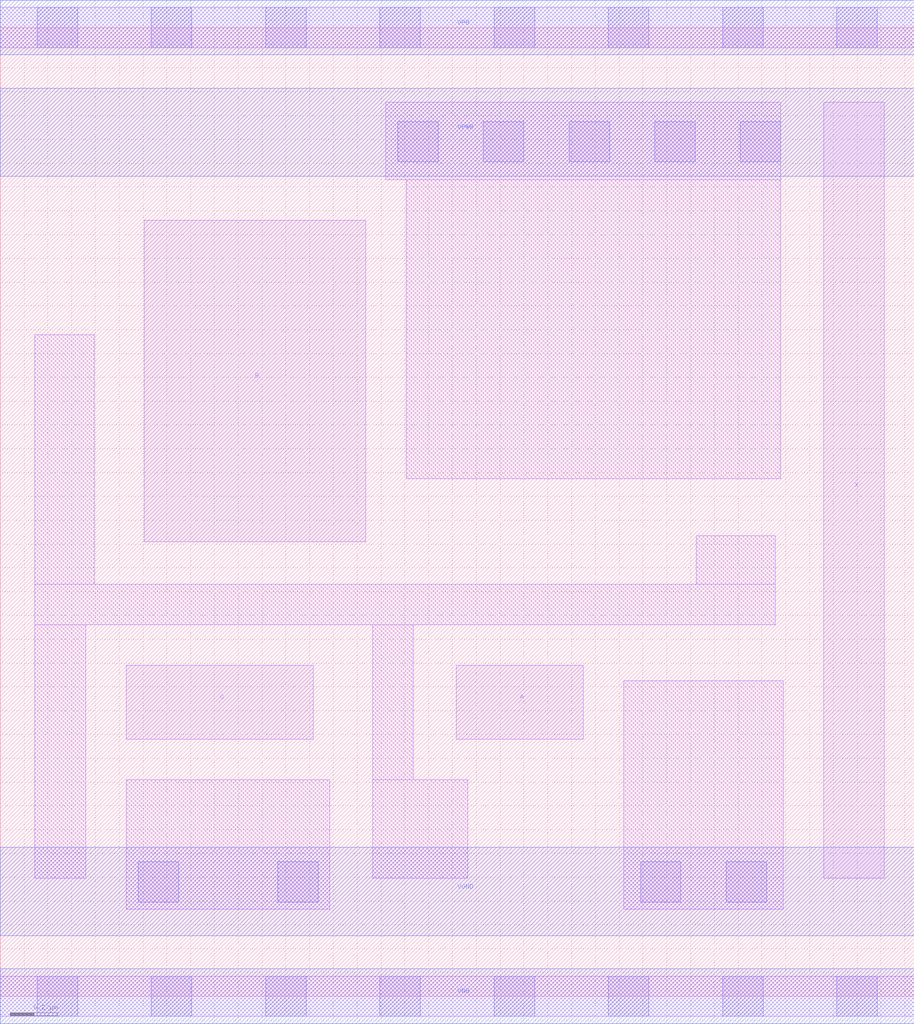
<source format=lef>
# Copyright 2020 The SkyWater PDK Authors
#
# Licensed under the Apache License, Version 2.0 (the "License");
# you may not use this file except in compliance with the License.
# You may obtain a copy of the License at
#
#     https://www.apache.org/licenses/LICENSE-2.0
#
# Unless required by applicable law or agreed to in writing, software
# distributed under the License is distributed on an "AS IS" BASIS,
# WITHOUT WARRANTIES OR CONDITIONS OF ANY KIND, either express or implied.
# See the License for the specific language governing permissions and
# limitations under the License.
#
# SPDX-License-Identifier: Apache-2.0

VERSION 5.5 ;
NAMESCASESENSITIVE ON ;
BUSBITCHARS "[]" ;
DIVIDERCHAR "/" ;
MACRO sky130_fd_sc_hvl__or3_1
  CLASS CORE ;
  SOURCE USER ;
  ORIGIN  0.000000  0.000000 ;
  SIZE  3.840000 BY  4.070000 ;
  SYMMETRY X Y ;
  SITE unithv ;
  PIN A
    ANTENNAGATEAREA  0.420000 ;
    DIRECTION INPUT ;
    USE SIGNAL ;
    PORT
      LAYER li1 ;
        RECT 1.915000 1.080000 2.450000 1.390000 ;
    END
  END A
  PIN B
    ANTENNAGATEAREA  0.420000 ;
    DIRECTION INPUT ;
    USE SIGNAL ;
    PORT
      LAYER li1 ;
        RECT 0.605000 1.910000 1.535000 3.260000 ;
    END
  END B
  PIN C
    ANTENNAGATEAREA  0.420000 ;
    DIRECTION INPUT ;
    USE SIGNAL ;
    PORT
      LAYER li1 ;
        RECT 0.530000 1.080000 1.315000 1.390000 ;
    END
  END C
  PIN X
    ANTENNADIFFAREA  0.626250 ;
    DIRECTION OUTPUT ;
    USE SIGNAL ;
    PORT
      LAYER li1 ;
        RECT 3.460000 0.495000 3.715000 3.755000 ;
    END
  END X
  PIN VGND
    DIRECTION INOUT ;
    USE GROUND ;
    PORT
      LAYER met1 ;
        RECT 0.000000 0.255000 3.840000 0.625000 ;
    END
  END VGND
  PIN VNB
    DIRECTION INOUT ;
    USE GROUND ;
    PORT
      LAYER met1 ;
        RECT 0.000000 -0.115000 3.840000 0.115000 ;
    END
  END VNB
  PIN VPB
    DIRECTION INOUT ;
    USE POWER ;
    PORT
      LAYER met1 ;
        RECT 0.000000 3.955000 3.840000 4.185000 ;
    END
  END VPB
  PIN VPWR
    DIRECTION INOUT ;
    USE POWER ;
    PORT
      LAYER met1 ;
        RECT 0.000000 3.445000 3.840000 3.815000 ;
    END
  END VPWR
  OBS
    LAYER li1 ;
      RECT 0.000000 -0.085000 3.840000 0.085000 ;
      RECT 0.000000  3.985000 3.840000 4.155000 ;
      RECT 0.145000  0.495000 0.360000 1.560000 ;
      RECT 0.145000  1.560000 3.255000 1.730000 ;
      RECT 0.145000  1.730000 0.395000 2.780000 ;
      RECT 0.530000  0.365000 1.385000 0.910000 ;
      RECT 1.565000  0.495000 1.965000 0.910000 ;
      RECT 1.565000  0.910000 1.735000 1.560000 ;
      RECT 1.620000  3.430000 3.280000 3.755000 ;
      RECT 1.705000  2.175000 3.280000 3.430000 ;
      RECT 2.620000  0.365000 3.290000 1.325000 ;
      RECT 2.925000  1.730000 3.255000 1.935000 ;
    LAYER mcon ;
      RECT 0.155000 -0.085000 0.325000 0.085000 ;
      RECT 0.155000 -0.085000 0.325000 0.085000 ;
      RECT 0.155000  3.985000 0.325000 4.155000 ;
      RECT 0.155000  3.985000 0.325000 4.155000 ;
      RECT 0.580000  0.395000 0.750000 0.565000 ;
      RECT 0.635000 -0.085000 0.805000 0.085000 ;
      RECT 0.635000 -0.085000 0.805000 0.085000 ;
      RECT 0.635000  3.985000 0.805000 4.155000 ;
      RECT 0.635000  3.985000 0.805000 4.155000 ;
      RECT 1.115000 -0.085000 1.285000 0.085000 ;
      RECT 1.115000 -0.085000 1.285000 0.085000 ;
      RECT 1.115000  3.985000 1.285000 4.155000 ;
      RECT 1.115000  3.985000 1.285000 4.155000 ;
      RECT 1.165000  0.395000 1.335000 0.565000 ;
      RECT 1.595000 -0.085000 1.765000 0.085000 ;
      RECT 1.595000 -0.085000 1.765000 0.085000 ;
      RECT 1.595000  3.985000 1.765000 4.155000 ;
      RECT 1.595000  3.985000 1.765000 4.155000 ;
      RECT 1.670000  3.505000 1.840000 3.675000 ;
      RECT 2.030000  3.505000 2.200000 3.675000 ;
      RECT 2.075000 -0.085000 2.245000 0.085000 ;
      RECT 2.075000 -0.085000 2.245000 0.085000 ;
      RECT 2.075000  3.985000 2.245000 4.155000 ;
      RECT 2.075000  3.985000 2.245000 4.155000 ;
      RECT 2.390000  3.505000 2.560000 3.675000 ;
      RECT 2.555000 -0.085000 2.725000 0.085000 ;
      RECT 2.555000 -0.085000 2.725000 0.085000 ;
      RECT 2.555000  3.985000 2.725000 4.155000 ;
      RECT 2.555000  3.985000 2.725000 4.155000 ;
      RECT 2.690000  0.395000 2.860000 0.565000 ;
      RECT 2.750000  3.505000 2.920000 3.675000 ;
      RECT 3.035000 -0.085000 3.205000 0.085000 ;
      RECT 3.035000 -0.085000 3.205000 0.085000 ;
      RECT 3.035000  3.985000 3.205000 4.155000 ;
      RECT 3.035000  3.985000 3.205000 4.155000 ;
      RECT 3.050000  0.395000 3.220000 0.565000 ;
      RECT 3.110000  3.505000 3.280000 3.675000 ;
      RECT 3.515000 -0.085000 3.685000 0.085000 ;
      RECT 3.515000 -0.085000 3.685000 0.085000 ;
      RECT 3.515000  3.985000 3.685000 4.155000 ;
      RECT 3.515000  3.985000 3.685000 4.155000 ;
  END
END sky130_fd_sc_hvl__or3_1
END LIBRARY

</source>
